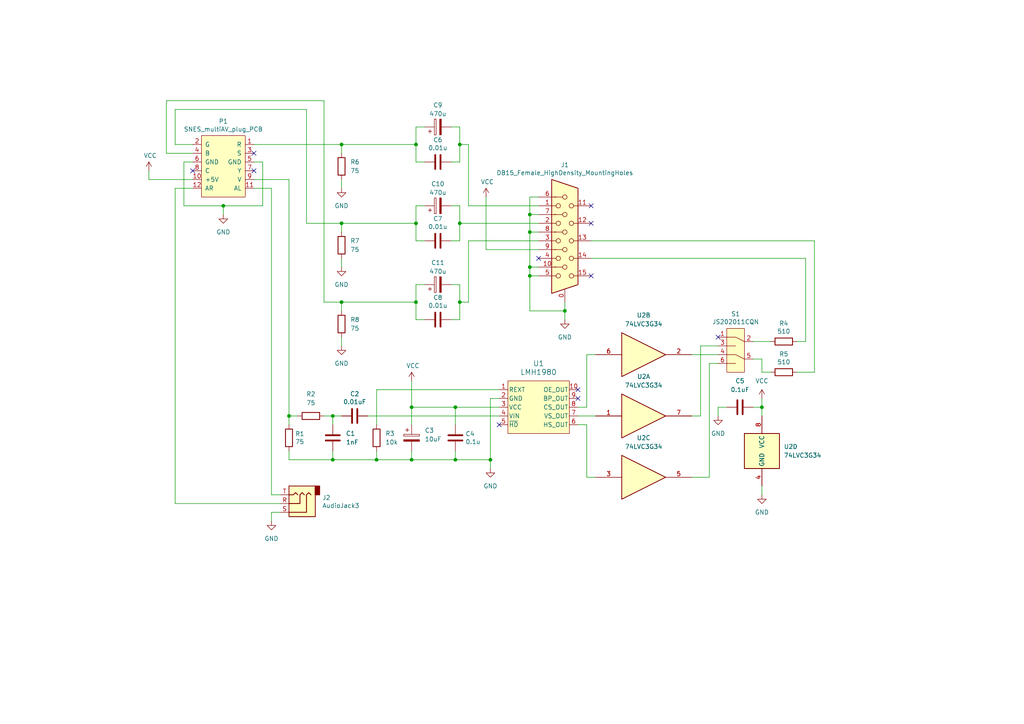
<source format=kicad_sch>
(kicad_sch (version 20250114) (generator "eeschema") (generator_version "9.0")
  (paper "A4")
  (title_block (title "RGBPlug Type N") (date "2025-05-28") (rev "v0.4"))
  (lib_symbols
    (symbol "74xGxx:74LVC3G34"
      (property "Reference" "U" (at -2.54 7.62 0))
      (property "Value" "74LVC3G34" (at 1.27 -7.62 0))
      (symbol "74LVC3G34_1_1"
        (polyline (pts (xy -7.62 6.35) (xy -7.62 -6.35) (xy 5.08 0) (xy -7.62 6.35)) (stroke (width 0.254)) (fill (type background)))
        (pin input line (at -15.24 0 0) (length 7.62) (name "~") (number "1"))
        (pin output line (at 12.7 0 180) (length 7.62) (name "~") (number "7"))
      )
      (symbol "74LVC3G34_2_1"
        (polyline (pts (xy -7.62 6.35) (xy -7.62 -6.35) (xy 5.08 0) (xy -7.62 6.35)) (stroke (width 0.254)) (fill (type background)))
        (pin input line (at -15.24 0 0) (length 7.62) (name "~") (number "6"))
        (pin output line (at 12.7 0 180) (length 7.62) (name "~") (number "2"))
      )
      (symbol "74LVC3G34_3_1"
        (polyline (pts (xy -7.62 6.35) (xy -7.62 -6.35) (xy 5.08 0) (xy -7.62 6.35)) (stroke (width 0.254)) (fill (type background)))
        (pin input line (at -15.24 0 0) (length 7.62) (name "~") (number "3"))
        (pin output line (at 12.7 0 180) (length 7.62) (name "~") (number "5"))
      )
      (symbol "74LVC3G34_4_0"
        (rectangle (start -5.08 -5.08) (end 5.08 5.08) (stroke (width 0.254)) (fill (type background)))
      )
      (symbol "74LVC3G34_4_1"
        (pin power_in line (at 0 10.16 270) (length 5.08) (name "VCC") (number "8"))
        (pin power_in line (at 0 -10.16 90) (length 5.08) (name "GND") (number "4"))
      )
    )
    (symbol "Connector:AudioJack3"
      (property "Reference" "J" (at 0 8.89 0))
      (property "Value" "AudioJack3" (at 0 6.35 0))
      (symbol "AudioJack3_0_1"
        (rectangle (start -5.08 -5.08) (end -6.35 -2.54) (stroke (width 0.254)) (fill (type outline)))
        (polyline (pts (xy -1.905 -2.54) (xy -1.27 -3.175) (xy -0.635 -2.54) (xy -0.635 0) (xy 2.54 0)) (stroke (width 0.254)))
        (polyline (pts (xy 0 -2.54) (xy 0.635 -3.175) (xy 1.27 -2.54) (xy 2.54 -2.54)) (stroke (width 0.254)))
        (rectangle (start 2.54 3.81) (end -5.08 -5.08) (stroke (width 0.254)) (fill (type background)))
        (polyline (pts (xy 2.54 2.54) (xy -2.54 2.54) (xy -2.54 -2.54) (xy -3.175 -3.175) (xy -3.81 -2.54)) (stroke (width 0.254)))
      )
      (symbol "AudioJack3_1_1"
        (pin passive line (at 5.08 2.54 180) (length 2.54) (name "~") (number "S"))
        (pin passive line (at 5.08 0 180) (length 2.54) (name "~") (number "R"))
        (pin passive line (at 5.08 -2.54 180) (length 2.54) (name "~") (number "T"))
      )
    )
    (symbol "Connector:DB15_Female_HighDensity_MountingHoles" (pin_names (offset 1.016) (hide yes))
      (property "Reference" "J" (at 0 21.59 0))
      (property "Value" "DB15_Female_HighDensity_MountingHoles" (at 0 19.05 0))
      (symbol "DB15_Female_HighDensity_MountingHoles_0_1"
        (polyline (pts (xy -3.81 17.78) (xy -3.81 -15.24) (xy 3.81 -12.7) (xy 3.81 15.24) (xy -3.81 17.78)) (stroke (width 0.254)) (fill (type background)))
        (polyline (pts (xy -3.175 7.62) (xy -0.635 7.62)))
        (circle (center -1.905 10.16) (radius 0.635))
        (circle (center -1.905 5.08) (radius 0.635))
        (circle (center -1.905 0) (radius 0.635))
        (circle (center -1.905 -5.08) (radius 0.635))
        (circle (center -1.905 -10.16) (radius 0.635))
        (polyline (pts (xy -0.635 12.7) (xy -3.175 12.7)))
        (polyline (pts (xy -0.635 2.54) (xy -3.175 2.54)))
        (polyline (pts (xy -0.635 -2.54) (xy -3.175 -2.54)))
        (polyline (pts (xy -0.635 -7.62) (xy -3.175 -7.62)))
        (circle (center 0 12.7) (radius 0.635))
        (circle (center 0 7.62) (radius 0.635))
        (circle (center 0 2.54) (radius 0.635))
        (circle (center 0 -2.54) (radius 0.635))
        (circle (center 0 -7.62) (radius 0.635))
        (circle (center 1.905 10.16) (radius 0.635))
        (circle (center 1.905 5.08) (radius 0.635))
        (circle (center 1.905 0) (radius 0.635))
        (circle (center 1.905 -5.08) (radius 0.635))
        (circle (center 1.905 -10.16) (radius 0.635))
      )
      (symbol "DB15_Female_HighDensity_MountingHoles_1_1"
        (pin passive line (at -7.62 12.7 0) (length 5.08) (name "~") (number "6"))
        (pin passive line (at -7.62 10.16 0) (length 5.08) (name "~") (number "1"))
        (pin passive line (at -7.62 7.62 0) (length 5.08) (name "~") (number "7"))
        (pin passive line (at -7.62 5.08 0) (length 5.08) (name "~") (number "2"))
        (pin passive line (at -7.62 2.54 0) (length 5.08) (name "~") (number "8"))
        (pin passive line (at -7.62 0 0) (length 5.08) (name "~") (number "3"))
        (pin passive line (at -7.62 -2.54 0) (length 5.08) (name "~") (number "9"))
        (pin passive line (at -7.62 -5.08 0) (length 5.08) (name "~") (number "4"))
        (pin passive line (at -7.62 -7.62 0) (length 5.08) (name "~") (number "10"))
        (pin passive line (at -7.62 -10.16 0) (length 5.08) (name "~") (number "5"))
        (pin passive line (at 0 -17.78 90) (length 3.81) (name "~") (number "0"))
        (pin passive line (at 7.62 10.16 180) (length 5.08) (name "~") (number "11"))
        (pin passive line (at 7.62 5.08 180) (length 5.08) (name "~") (number "12"))
        (pin passive line (at 7.62 0 180) (length 5.08) (name "~") (number "13"))
        (pin passive line (at 7.62 -5.08 180) (length 5.08) (name "~") (number "14"))
        (pin passive line (at 7.62 -10.16 180) (length 5.08) (name "~") (number "15"))
      )
    )
    (symbol "Device:C" (pin_numbers (hide yes)) (pin_names (offset 0.254))
      (property "Reference" "C" (at 0.635 2.54 0))
      (property "Value" "C" (at 0.635 -2.54 0))
      (symbol "C_0_1"
        (polyline (pts (xy -2.032 0.762) (xy 2.032 0.762)) (stroke (width 0.508)))
        (polyline (pts (xy -2.032 -0.762) (xy 2.032 -0.762)) (stroke (width 0.508)))
      )
      (symbol "C_1_1"
        (pin passive line (at 0 3.81 270) (length 2.794) (name "~") (number "1"))
        (pin passive line (at 0 -3.81 90) (length 2.794) (name "~") (number "2"))
      )
    )
    (symbol "Device:C_Polarized" (pin_numbers (hide yes)) (pin_names (offset 0.254))
      (property "Reference" "C" (at 0.635 2.54 0))
      (property "Value" "C_Polarized" (at 0.635 -2.54 0))
      (symbol "C_Polarized_0_1"
        (rectangle (start -2.286 0.508) (end 2.286 1.016))
        (polyline (pts (xy -1.778 2.286) (xy -0.762 2.286)))
        (polyline (pts (xy -1.27 2.794) (xy -1.27 1.778)))
        (rectangle (start 2.286 -0.508) (end -2.286 -1.016) (fill (type outline)))
      )
      (symbol "C_Polarized_1_1"
        (pin passive line (at 0 3.81 270) (length 2.794) (name "~") (number "1"))
        (pin passive line (at 0 -3.81 90) (length 2.794) (name "~") (number "2"))
      )
    )
    (symbol "Device:R" (pin_numbers (hide yes)) (pin_names (offset 0))
      (property "Reference" "R" (at 2.032 0 90))
      (property "Value" "R" (at 0 0 90))
      (symbol "R_0_1"
        (rectangle (start -1.016 -2.54) (end 1.016 2.54) (stroke (width 0.254)))
      )
      (symbol "R_1_1"
        (pin passive line (at 0 3.81 270) (length 1.27) (name "~") (number "1"))
        (pin passive line (at 0 -3.81 90) (length 1.27) (name "~") (number "2"))
      )
    )
    (symbol "GND_1" (power) (pin_names (offset 0))
      (property "Value" "GND_1" (at 0 -3.81 0))
      (symbol "GND_1_0_1"
        (polyline (pts (xy 0 0) (xy 0 -1.27) (xy 1.27 -1.27) (xy 0 -2.54) (xy -1.27 -1.27) (xy 0 -1.27)))
      )
      (symbol "GND_1_1_1"
        (pin power_in line (at 0 0 270) (length 0) (hide yes) (name "GND") (number "1"))
      )
    )
    (symbol "GND_2" (power) (pin_names (offset 0))
      (property "Value" "GND_2" (at 0 -3.81 0))
      (symbol "GND_2_0_1"
        (polyline (pts (xy 0 0) (xy 0 -1.27) (xy 1.27 -1.27) (xy 0 -2.54) (xy -1.27 -1.27) (xy 0 -1.27)))
      )
      (symbol "GND_2_1_1"
        (pin power_in line (at 0 0 270) (length 0) (hide yes) (name "GND") (number "1"))
      )
    )
    (symbol "VCC_1" (power) (pin_names (offset 0))
      (property "Value" "VCC_1" (at 0 3.81 0))
      (symbol "VCC_1_0_1"
        (polyline (pts (xy -0.762 1.27) (xy 0 2.54)))
        (polyline (pts (xy 0 2.54) (xy 0.762 1.27)))
        (polyline (pts (xy 0 0) (xy 0 2.54)))
      )
      (symbol "VCC_1_1_1"
        (pin power_in line (at 0 0 90) (length 0) (hide yes) (name "VCC") (number "1"))
      )
    )
    (symbol "power:GND" (power) (pin_names (offset 0))
      (property "Value" "GND" (at 0 -3.81 0))
      (symbol "GND_0_1"
        (polyline (pts (xy 0 0) (xy 0 -1.27) (xy 1.27 -1.27) (xy 0 -2.54) (xy -1.27 -1.27) (xy 0 -1.27)))
      )
      (symbol "GND_1_1"
        (pin power_in line (at 0 0 270) (length 0) (hide yes) (name "GND") (number "1"))
      )
    )
    (symbol "power:VCC" (power) (pin_names (offset 0))
      (property "Value" "VCC" (at 0 3.81 0))
      (symbol "VCC_0_1"
        (polyline (pts (xy -0.762 1.27) (xy 0 2.54)))
        (polyline (pts (xy 0 2.54) (xy 0.762 1.27)))
        (polyline (pts (xy 0 0) (xy 0 2.54)))
      )
      (symbol "VCC_1_1"
        (pin power_in line (at 0 0 90) (length 0) (hide yes) (name "VCC") (number "1"))
      )
    )
    (symbol "retro_gaming:LMH1980" (pin_names (offset 0.254))
      (property "Reference" "U" (at 0 8.89 0))
      (property "Value" "LMH1980" (at 0 -8.89 0))
      (symbol "LMH1980_1_1"
        (rectangle (start -8.89 7.62) (end 8.89 -7.62) (fill (type background)))
        (pin passive line (at -11.43 5.08 0) (length 2.54) (name "REXT") (number "1"))
        (pin power_in line (at -11.43 2.54 0) (length 2.54) (name "GND") (number "2"))
        (pin power_in line (at -11.43 0 0) (length 2.54) (name "VCC") (number "3"))
        (pin input line (at -11.43 -2.54 0) (length 2.54) (name "VIN") (number "4"))
        (pin output line (at -11.43 -5.08 0) (length 2.54) (name "~{HD}") (number "5"))
        (pin output line (at 11.43 5.08 180) (length 2.54) (name "OE_OUT") (number "10"))
        (pin output line (at 11.43 2.54 180) (length 2.54) (name "BP_OUT") (number "9"))
        (pin output line (at 11.43 0 180) (length 2.54) (name "CS_OUT") (number "8"))
        (pin output line (at 11.43 -2.54 180) (length 2.54) (name "VS_OUT") (number "7"))
        (pin output line (at 11.43 -5.08 180) (length 2.54) (name "HS_OUT") (number "6"))
      )
    )
    (symbol "retro_gaming:SNES_multiAV_plug_PCB" (pin_names (offset 1.016))
      (property "Reference" "P" (at 0 -10.16 0))
      (property "Value" "SNES_multiAV_plug_PCB" (at 0 10.16 0))
      (symbol "SNES_multiAV_plug_PCB_0_1"
        (rectangle (start -6.35 8.89) (end 6.35 -8.89) (fill (type background)))
      )
      (symbol "SNES_multiAV_plug_PCB_1_1"
        (pin passive line (at -8.89 6.35 0) (length 2.54) (name "G") (number "2"))
        (pin passive line (at -8.89 3.81 0) (length 2.54) (name "B") (number "4"))
        (pin passive line (at -8.89 1.27 0) (length 2.54) (name "GND") (number "6"))
        (pin passive line (at -8.89 -1.27 0) (length 2.54) (name "C") (number "8"))
        (pin passive line (at -8.89 -3.81 0) (length 2.54) (name "+5V") (number "10"))
        (pin passive line (at -8.89 -6.35 0) (length 2.54) (name "AR") (number "12"))
        (pin passive line (at 8.89 6.35 180) (length 2.54) (name "R") (number "1"))
        (pin passive line (at 8.89 3.81 180) (length 2.54) (name "S") (number "3"))
        (pin passive line (at 8.89 1.27 180) (length 2.54) (name "GND") (number "5"))
        (pin passive line (at 8.89 -1.27 180) (length 2.54) (name "Y") (number "7"))
        (pin passive line (at 8.89 -3.81 180) (length 2.54) (name "V") (number "9"))
        (pin passive line (at 8.89 -6.35 180) (length 2.54) (name "AL") (number "11"))
      )
    )
    (symbol "rgbplug_snes-rescue:JS202011CQN-retro_gaming" (pin_names (offset 1.016))
      (property "Reference" "S" (at 0 -7.62 0))
      (property "Value" "JS202011CQN-retro_gaming" (at 0 7.62 0))
      (symbol "JS202011CQN-retro_gaming_0_1"
        (rectangle (start -2.54 6.35) (end 2.54 -6.35) (fill (type background)))
        (polyline (pts (xy -2.54 3.81) (xy 0 3.81) (xy 2.54 2.54)))
        (polyline (pts (xy -2.54 1.27) (xy 0 1.27)))
        (polyline (pts (xy -2.54 -1.27) (xy 0 -1.27) (xy 2.54 -2.54)))
        (polyline (pts (xy -2.54 -3.81) (xy 0 -3.81)))
      )
      (symbol "JS202011CQN-retro_gaming_1_1"
        (pin passive line (at -5.08 3.81 0) (length 2.54) (name "~") (number "1"))
        (pin passive line (at -5.08 1.27 0) (length 2.54) (name "~") (number "3"))
        (pin passive line (at -5.08 -1.27 0) (length 2.54) (name "~") (number "4"))
        (pin passive line (at -5.08 -3.81 0) (length 2.54) (name "~") (number "6"))
        (pin passive line (at 5.08 2.54 180) (length 2.54) (name "~") (number "2"))
        (pin passive line (at 5.08 -2.54 180) (length 2.54) (name "~") (number "5"))
      )
    )
  )
  (junction (at 153.67 67.31))
  (junction (at 120.65 41.91))
  (junction (at 153.67 62.23))
  (junction (at 99.06 41.91))
  (junction (at 96.52 120.65))
  (junction (at 132.08 133.35))
  (junction (at 99.06 64.77))
  (junction (at 96.52 133.35))
  (junction (at 119.38 133.35))
  (junction (at 120.65 87.63))
  (junction (at 120.65 64.77))
  (junction (at 119.38 118.11))
  (junction (at 132.08 118.11))
  (junction (at 153.67 80.01))
  (junction (at 153.67 77.47))
  (junction (at 133.35 87.63))
  (junction (at 133.35 41.91))
  (junction (at 99.06 87.63))
  (junction (at 142.24 133.35))
  (junction (at 220.98 118.11))
  (junction (at 109.22 133.35))
  (junction (at 133.35 64.77))
  (junction (at 163.83 90.17))
  (junction (at 83.82 120.65))
  (junction (at 64.77 59.69))
  (no_connect (at 171.45 80.01))
  (no_connect (at 55.88 49.53))
  (no_connect (at 171.45 59.69))
  (no_connect (at 73.66 49.53))
  (no_connect (at 167.64 113.03))
  (no_connect (at 156.21 74.93))
  (no_connect (at 144.78 123.19))
  (no_connect (at 171.45 64.77))
  (no_connect (at 167.64 115.57))
  (no_connect (at 208.28 97.79))
  (no_connect (at 73.66 44.45))
  (wire (pts (xy 48.26 29.21) (xy 48.26 44.45)))
  (wire (pts (xy 153.67 67.31) (xy 153.67 77.47)))
  (wire (pts (xy 231.14 107.95) (xy 236.22 107.95)))
  (wire (pts (xy 208.28 118.11) (xy 208.28 120.65)))
  (wire (pts (xy 142.24 115.57) (xy 142.24 133.35)))
  (wire (pts (xy 120.65 64.77) (xy 120.65 69.85)))
  (wire (pts (xy 50.8 41.91) (xy 55.88 41.91)))
  (wire (pts (xy 123.19 82.55) (xy 120.65 82.55)))
  (wire (pts (xy 76.2 46.99) (xy 76.2 59.69)))
  (wire (pts (xy 50.8 41.91) (xy 50.8 31.75)))
  (wire (pts (xy 53.34 59.69) (xy 53.34 46.99)))
  (wire (pts (xy 132.08 130.81) (xy 132.08 133.35)))
  (wire (pts (xy 120.65 46.99) (xy 123.19 46.99)))
  (wire (pts (xy 64.77 59.69) (xy 64.77 62.23)))
  (wire (pts (xy 73.66 54.61) (xy 78.74 54.61)))
  (wire (pts (xy 203.2 120.65) (xy 203.2 100.33)))
  (wire (pts (xy 218.44 99.06) (xy 223.52 99.06)))
  (wire (pts (xy 132.08 118.11) (xy 132.08 123.19)))
  (wire (pts (xy 130.81 36.83) (xy 133.35 36.83)))
  (wire (pts (xy 203.2 100.33) (xy 208.28 100.33)))
  (wire (pts (xy 220.98 107.95) (xy 220.98 104.14)))
  (wire (pts (xy 123.19 69.85) (xy 120.65 69.85)))
  (wire (pts (xy 120.65 59.69) (xy 123.19 59.69)))
  (wire (pts (xy 220.98 118.11) (xy 220.98 120.65)))
  (wire (pts (xy 88.9 64.77) (xy 99.06 64.77)))
  (wire (pts (xy 133.35 87.63) (xy 133.35 92.71)))
  (wire (pts (xy 120.65 41.91) (xy 120.65 46.99)))
  (wire (pts (xy 99.06 87.63) (xy 120.65 87.63)))
  (wire (pts (xy 140.97 72.39) (xy 156.21 72.39)))
  (wire (pts (xy 73.66 46.99) (xy 76.2 46.99)))
  (wire (pts (xy 170.18 102.87) (xy 172.72 102.87)))
  (wire (pts (xy 53.34 46.99) (xy 55.88 46.99)))
  (wire (pts (xy 144.78 113.03) (xy 109.22 113.03)))
  (wire (pts (xy 106.68 120.65) (xy 144.78 120.65)))
  (wire (pts (xy 119.38 118.11) (xy 132.08 118.11)))
  (wire (pts (xy 210.82 118.11) (xy 208.28 118.11)))
  (wire (pts (xy 83.82 120.65) (xy 83.82 123.19)))
  (wire (pts (xy 123.19 36.83) (xy 120.65 36.83)))
  (wire (pts (xy 99.06 97.79) (xy 99.06 100.33)))
  (wire (pts (xy 135.89 59.69) (xy 156.21 59.69)))
  (wire (pts (xy 96.52 130.81) (xy 96.52 133.35)))
  (wire (pts (xy 83.82 52.07) (xy 83.82 120.65)))
  (wire (pts (xy 130.81 59.69) (xy 133.35 59.69)))
  (wire (pts (xy 119.38 110.49) (xy 119.38 118.11)))
  (wire (pts (xy 83.82 130.81) (xy 83.82 133.35)))
  (wire (pts (xy 220.98 107.95) (xy 223.52 107.95)))
  (wire (pts (xy 156.21 64.77) (xy 133.35 64.77)))
  (wire (pts (xy 120.65 36.83) (xy 120.65 41.91)))
  (wire (pts (xy 119.38 133.35) (xy 132.08 133.35)))
  (wire (pts (xy 133.35 87.63) (xy 133.35 82.55)))
  (wire (pts (xy 170.18 138.43) (xy 172.72 138.43)))
  (wire (pts (xy 50.8 31.75) (xy 88.9 31.75)))
  (wire (pts (xy 120.65 92.71) (xy 123.19 92.71)))
  (wire (pts (xy 78.74 143.51) (xy 81.28 143.51)))
  (wire (pts (xy 140.97 72.39) (xy 140.97 57.15)))
  (wire (pts (xy 99.06 87.63) (xy 99.06 90.17)))
  (wire (pts (xy 120.65 59.69) (xy 120.65 64.77)))
  (wire (pts (xy 99.06 120.65) (xy 96.52 120.65)))
  (wire (pts (xy 53.34 59.69) (xy 64.77 59.69)))
  (wire (pts (xy 142.24 135.89) (xy 142.24 133.35)))
  (wire (pts (xy 119.38 118.11) (xy 119.38 123.19)))
  (wire (pts (xy 135.89 69.85) (xy 135.89 87.63)))
  (wire (pts (xy 167.64 118.11) (xy 170.18 118.11)))
  (wire (pts (xy 133.35 41.91) (xy 133.35 46.99)))
  (wire (pts (xy 99.06 41.91) (xy 120.65 41.91)))
  (wire (pts (xy 170.18 123.19) (xy 170.18 138.43)))
  (wire (pts (xy 86.36 120.65) (xy 83.82 120.65)))
  (wire (pts (xy 78.74 54.61) (xy 78.74 143.51)))
  (wire (pts (xy 99.06 74.93) (xy 99.06 77.47)))
  (wire (pts (xy 220.98 115.57) (xy 220.98 118.11)))
  (wire (pts (xy 43.18 49.53) (xy 43.18 52.07)))
  (wire (pts (xy 167.64 123.19) (xy 170.18 123.19)))
  (wire (pts (xy 78.74 148.59) (xy 78.74 151.13)))
  (wire (pts (xy 156.21 80.01) (xy 153.67 80.01)))
  (wire (pts (xy 205.74 105.41) (xy 208.28 105.41)))
  (wire (pts (xy 163.83 87.63) (xy 163.83 90.17)))
  (wire (pts (xy 156.21 67.31) (xy 153.67 67.31)))
  (wire (pts (xy 156.21 62.23) (xy 153.67 62.23)))
  (wire (pts (xy 220.98 140.97) (xy 220.98 143.51)))
  (wire (pts (xy 64.77 59.69) (xy 76.2 59.69)))
  (wire (pts (xy 133.35 59.69) (xy 133.35 64.77)))
  (wire (pts (xy 133.35 87.63) (xy 135.89 87.63)))
  (wire (pts (xy 163.83 90.17) (xy 163.83 92.71)))
  (wire (pts (xy 156.21 77.47) (xy 153.67 77.47)))
  (wire (pts (xy 43.18 52.07) (xy 55.88 52.07)))
  (wire (pts (xy 144.78 118.11) (xy 132.08 118.11)))
  (wire (pts (xy 163.83 90.17) (xy 153.67 90.17)))
  (wire (pts (xy 99.06 41.91) (xy 99.06 44.45)))
  (wire (pts (xy 132.08 133.35) (xy 142.24 133.35)))
  (wire (pts (xy 156.21 57.15) (xy 153.67 57.15)))
  (wire (pts (xy 48.26 29.21) (xy 93.98 29.21)))
  (wire (pts (xy 135.89 41.91) (xy 135.89 59.69)))
  (wire (pts (xy 73.66 52.07) (xy 83.82 52.07)))
  (wire (pts (xy 93.98 120.65) (xy 96.52 120.65)))
  (wire (pts (xy 93.98 29.21) (xy 93.98 87.63)))
  (wire (pts (xy 133.35 41.91) (xy 135.89 41.91)))
  (wire (pts (xy 73.66 41.91) (xy 99.06 41.91)))
  (wire (pts (xy 233.68 74.93) (xy 233.68 99.06)))
  (wire (pts (xy 130.81 92.71) (xy 133.35 92.71)))
  (wire (pts (xy 130.81 82.55) (xy 133.35 82.55)))
  (wire (pts (xy 205.74 138.43) (xy 205.74 105.41)))
  (wire (pts (xy 119.38 130.81) (xy 119.38 133.35)))
  (wire (pts (xy 130.81 69.85) (xy 133.35 69.85)))
  (wire (pts (xy 96.52 133.35) (xy 109.22 133.35)))
  (wire (pts (xy 99.06 52.07) (xy 99.06 54.61)))
  (wire (pts (xy 153.67 57.15) (xy 153.67 62.23)))
  (wire (pts (xy 83.82 133.35) (xy 96.52 133.35)))
  (wire (pts (xy 167.64 120.65) (xy 172.72 120.65)))
  (wire (pts (xy 130.81 46.99) (xy 133.35 46.99)))
  (wire (pts (xy 88.9 31.75) (xy 88.9 64.77)))
  (wire (pts (xy 48.26 44.45) (xy 55.88 44.45)))
  (wire (pts (xy 153.67 62.23) (xy 153.67 67.31)))
  (wire (pts (xy 99.06 64.77) (xy 99.06 67.31)))
  (wire (pts (xy 153.67 77.47) (xy 153.67 80.01)))
  (wire (pts (xy 109.22 130.81) (xy 109.22 133.35)))
  (wire (pts (xy 133.35 36.83) (xy 133.35 41.91)))
  (wire (pts (xy 135.89 69.85) (xy 156.21 69.85)))
  (wire (pts (xy 81.28 148.59) (xy 78.74 148.59)))
  (wire (pts (xy 50.8 54.61) (xy 50.8 146.05)))
  (wire (pts (xy 120.65 87.63) (xy 120.65 92.71)))
  (wire (pts (xy 120.65 82.55) (xy 120.65 87.63)))
  (wire (pts (xy 218.44 118.11) (xy 220.98 118.11)))
  (wire (pts (xy 233.68 99.06) (xy 231.14 99.06)))
  (wire (pts (xy 50.8 146.05) (xy 81.28 146.05)))
  (wire (pts (xy 99.06 64.77) (xy 120.65 64.77)))
  (wire (pts (xy 109.22 133.35) (xy 119.38 133.35)))
  (wire (pts (xy 200.66 138.43) (xy 205.74 138.43)))
  (wire (pts (xy 109.22 113.03) (xy 109.22 123.19)))
  (wire (pts (xy 170.18 118.11) (xy 170.18 102.87)))
  (wire (pts (xy 236.22 69.85) (xy 171.45 69.85)))
  (wire (pts (xy 200.66 120.65) (xy 203.2 120.65)))
  (wire (pts (xy 133.35 64.77) (xy 133.35 69.85)))
  (wire (pts (xy 220.98 104.14) (xy 218.44 104.14)))
  (wire (pts (xy 50.8 54.61) (xy 55.88 54.61)))
  (wire (pts (xy 200.66 102.87) (xy 208.28 102.87)))
  (wire (pts (xy 236.22 69.85) (xy 236.22 107.95)))
  (wire (pts (xy 96.52 120.65) (xy 96.52 123.19)))
  (wire (pts (xy 153.67 80.01) (xy 153.67 90.17)))
  (wire (pts (xy 171.45 74.93) (xy 233.68 74.93)))
  (wire (pts (xy 93.98 87.63) (xy 99.06 87.63)))
  (wire (pts (xy 144.78 115.57) (xy 142.24 115.57)))
  (symbol (lib_id "Connector:DB15_Female_HighDensity_MountingHoles") (at 163.83 69.85 0) (unit 1)
    (property "Reference" "J1" (at 163.83 47.8282 0))
    (property "Value" "DB15_Female_HighDensity_MountingHoles" (at 163.83 50.1396 0))
    (property "Footprint" "retro_gaming:L17HTHES4F1C" (effects (hide yes)))
    (property "Datasheet" " ~" (effects (hide yes)))
  )
  (symbol (lib_id "Device:C") (at 102.87 120.65 270) (unit 1)
    (property "Reference" "C2" (at 102.87 114.2492 90))
    (property "Value" "0.01uF" (at 102.87 116.5606 90))
    (property "Footprint" "Capacitor_SMD:C_0805_2012Metric_Pad1.18x1.45mm_HandSolder" (effects (hide yes)))
  )
  (symbol (lib_id "Connector:AudioJack3") (at 86.36 146.05 180) (unit 1)
    (property "Reference" "J2" (at 93.472 144.3482 0) (effects (justify right)))
    (property "Value" "AudioJack3" (at 93.472 146.6596 0) (effects (justify right)))
    (property "Footprint" "Connector_Audio:Jack_3.5mm_CUI_SJ1-3533NG_Horizontal" (effects (hide yes)))
  )
  (symbol (lib_id "Device:C") (at 132.08 127 180) (unit 1)
    (property "Reference" "C4" (at 135.001 125.8316 0) (effects (justify right)))
    (property "Value" "0.1u" (at 135.001 128.143 0) (effects (justify right)))
    (property "Footprint" "Capacitor_SMD:C_0805_2012Metric_Pad1.18x1.45mm_HandSolder" (effects (hide yes)))
  )
  (symbol (lib_id "power:VCC") (at 119.38 110.49 0) (unit 1)
    (property "Reference" "#PWR03" (effects (hide yes)))
    (property "Value" "VCC" (at 119.761 106.0958 0))
  )
  (symbol (lib_id "power:VCC") (at 43.18 49.53 0) (unit 1)
    (property "Reference" "#PWR01" (effects (hide yes)))
    (property "Value" "VCC" (at 43.561 45.1358 0))
  )
  (symbol (lib_id "power:VCC") (at 140.97 57.15 0) (unit 1)
    (property "Reference" "#PWR05" (effects (hide yes)))
    (property "Value" "VCC" (at 141.351 52.7558 0))
  )
  (symbol (lib_id "rgbplug_snes-rescue:JS202011CQN-retro_gaming") (at 213.36 101.6 0) (unit 1)
    (property "Reference" "S1" (at 213.36 91.059 0))
    (property "Value" "JS202011CQN" (at 213.36 93.3704 0))
    (property "Footprint" "Button_Switch_THT:SW_CuK_JS202011CQN_DPDT_Straight" (effects (hide yes)))
    (property "Datasheet" "https://www.ckswitches.com/media/1422/js.pdf" (effects (hide yes)))
  )
  (symbol (lib_id "Device:R") (at 227.33 99.06 270) (unit 1)
    (property "Reference" "R4" (at 227.33 93.8022 90))
    (property "Value" "510" (at 227.33 96.1136 90))
    (property "Footprint" "Resistor_SMD:R_0805_2012Metric_Pad1.20x1.40mm_HandSolder" (effects (hide yes)))
  )
  (symbol (lib_id "Device:R") (at 227.33 107.95 270) (unit 1)
    (property "Reference" "R5" (at 227.33 102.6922 90))
    (property "Value" "510" (at 227.33 105.0036 90))
    (property "Footprint" "Resistor_SMD:R_0805_2012Metric_Pad1.20x1.40mm_HandSolder" (effects (hide yes)))
  )
  (symbol (lib_id "Device:C") (at 127 69.85 270) (unit 1)
    (property "Reference" "C7" (at 127 63.4492 90))
    (property "Value" "0.01u" (at 127 65.7606 90))
    (property "Footprint" "Capacitor_SMD:C_0805_2012Metric_Pad1.18x1.45mm_HandSolder" (effects (hide yes)))
  )
  (symbol (lib_id "Device:C") (at 127 92.71 90) (unit 1)
    (property "Reference" "C8" (at 127 86.3092 90))
    (property "Value" "0.01u" (at 127 88.6206 90))
    (property "Footprint" "Capacitor_SMD:C_0805_2012Metric_Pad1.18x1.45mm_HandSolder" (effects (hide yes)))
  )
  (symbol (lib_id "Device:C") (at 127 46.99 270) (unit 1)
    (property "Reference" "C6" (at 127 40.5892 90))
    (property "Value" "0.01u" (at 127 42.9006 90))
    (property "Footprint" "Capacitor_SMD:C_0805_2012Metric_Pad1.18x1.45mm_HandSolder" (effects (hide yes)))
  )
  (symbol (lib_id "Device:R") (at 83.82 127 0) (unit 1)
    (property "Reference" "R1" (at 85.598 125.8316 0) (effects (justify left)))
    (property "Value" "75" (at 85.598 128.143 0) (effects (justify left)))
    (property "Footprint" "Resistor_SMD:R_0805_2012Metric_Pad1.20x1.40mm_HandSolder" (effects (hide yes)))
  )
  (symbol (lib_id "retro_gaming:SNES_multiAV_plug_PCB") (at 64.77 48.26 0) (unit 1)
    (property "Reference" "P1" (at 64.77 35.179 0))
    (property "Value" "SNES_multiAV_plug_PCB" (at 64.77 37.4904 0))
    (property "Footprint" "retro_gaming:SNES_multiAV_plug_PCB" (effects (hide yes)))
  )
  (symbol (lib_id "retro_gaming:LMH1980") (at 156.21 118.11 0) (unit 1)
    (property "Reference" "U1" (at 156.21 105.41 0) (effects (font (size 1.524 1.524))))
    (property "Value" "LMH1980" (at 156.21 107.95 0) (effects (font (size 1.524 1.524))))
    (property "Footprint" "Package_SO:VSSOP-10_3x3mm_P0.5mm" (effects (hide yes)))
    (property "Datasheet" "LMH1980" (effects (hide yes)))
  )
  (symbol (lib_id "Device:R") (at 99.06 48.26 0) (unit 1)
    (property "Reference" "R6" (at 101.6 46.9899 0) (effects (justify left)))
    (property "Value" "75" (at 101.6 49.5299 0) (effects (justify left)))
    (property "Footprint" "Resistor_SMD:R_0805_2012Metric_Pad1.20x1.40mm_HandSolder" (effects (hide yes)))
  )
  (symbol (lib_id "Device:R") (at 109.22 127 0) (unit 1)
    (property "Reference" "R3" (at 111.76 125.73 0) (effects (justify left)))
    (property "Value" "10k" (at 111.76 128.27 0) (effects (justify left)))
    (property "Footprint" "Resistor_SMD:R_0805_2012Metric_Pad1.20x1.40mm_HandSolder" (effects (hide yes)))
  )
  (symbol (lib_id "Device:R") (at 99.06 93.98 0) (unit 1)
    (property "Reference" "R8" (at 101.6 92.7099 0) (effects (justify left)))
    (property "Value" "75" (at 101.6 95.2499 0) (effects (justify left)))
    (property "Footprint" "Resistor_SMD:R_0805_2012Metric_Pad1.20x1.40mm_HandSolder" (effects (hide yes)))
  )
  (symbol (lib_id "power:GND") (at 99.06 54.61 0) (unit 1)
    (property "Reference" "#PWR0107" (effects (hide yes)))
    (property "Value" "GND" (at 99.06 59.69 0))
  )
  (symbol (lib_id "Device:R") (at 90.17 120.65 90) (unit 1)
    (property "Reference" "R2" (at 90.17 114.3 90))
    (property "Value" "75" (at 90.17 116.84 90))
    (property "Footprint" "Resistor_SMD:R_0805_2012Metric_Pad1.20x1.40mm_HandSolder" (effects (hide yes)))
  )
  (symbol (lib_name "GND_2") (lib_id "power:GND") (at 208.28 120.65 0) (unit 1)
    (property "Reference" "#PWR06" (effects (hide yes)))
    (property "Value" "GND" (at 208.28 125.73 0))
  )
  (symbol (lib_id "Device:C_Polarized") (at 127 82.55 90) (unit 1)
    (property "Reference" "C11" (at 127 76.2 90))
    (property "Value" "470u" (at 127 78.74 90))
    (property "Footprint" "Capacitor_THT:CP_Radial_D6.3mm_P2.50mm" (effects (hide yes)))
  )
  (symbol (lib_id "74xGxx:74LVC3G34") (at 187.96 102.87 0) (unit 2)
    (property "Reference" "U2" (at 186.69 91.44 0))
    (property "Value" "74LVC3G34" (at 186.69 93.98 0))
    (property "Footprint" "Package_SO:TSSOP-8_3x3mm_P0.65mm" (effects (hide yes)))
    (property "Datasheet" "http://www.ti.com/lit/sg/scyt129e/scyt129e.pdf" (effects (hide yes)))
  )
  (symbol (lib_id "Device:C_Polarized") (at 119.38 127 0) (unit 1)
    (property "Reference" "C3" (at 123.19 124.841 0) (effects (justify left)))
    (property "Value" "10uF" (at 123.19 127.381 0) (effects (justify left)))
    (property "Footprint" "Capacitor_SMD:C_1206_3216Metric_Pad1.33x1.80mm_HandSolder" (effects (hide yes)))
  )
  (symbol (lib_id "power:GND") (at 64.77 62.23 0) (unit 1)
    (property "Reference" "#PWR0104" (effects (hide yes)))
    (property "Value" "GND" (at 64.77 67.31 0))
  )
  (symbol (lib_id "74xGxx:74LVC3G34") (at 187.96 120.65 0) (unit 1)
    (property "Reference" "U2" (at 186.69 109.22 0))
    (property "Value" "74LVC3G34" (at 186.69 111.76 0))
    (property "Footprint" "Package_SO:TSSOP-8_3x3mm_P0.65mm" (effects (hide yes)))
    (property "Datasheet" "http://www.ti.com/lit/sg/scyt129e/scyt129e.pdf" (effects (hide yes)))
  )
  (symbol (lib_id "power:GND") (at 163.83 92.71 0) (unit 1)
    (property "Reference" "#PWR0101" (effects (hide yes)))
    (property "Value" "GND" (at 163.83 97.79 0))
  )
  (symbol (lib_id "Device:C_Polarized") (at 127 36.83 90) (unit 1)
    (property "Reference" "C9" (at 127 30.48 90))
    (property "Value" "470u" (at 127 33.02 90))
    (property "Footprint" "Capacitor_THT:CP_Radial_D6.3mm_P2.50mm" (effects (hide yes)))
  )
  (symbol (lib_id "power:GND") (at 99.06 100.33 0) (unit 1)
    (property "Reference" "#PWR0102" (effects (hide yes)))
    (property "Value" "GND" (at 99.06 105.41 0))
  )
  (symbol (lib_id "Device:C") (at 214.63 118.11 90) (unit 1)
    (property "Reference" "C5" (at 214.63 110.49 90))
    (property "Value" "0.1uF" (at 214.63 113.03 90))
    (property "Footprint" "Capacitor_SMD:C_0805_2012Metric_Pad1.18x1.45mm_HandSolder" (effects (hide yes)))
  )
  (symbol (lib_id "Device:C_Polarized") (at 127 59.69 90) (unit 1)
    (property "Reference" "C10" (at 127 53.34 90))
    (property "Value" "470u" (at 127 55.88 90))
    (property "Footprint" "Capacitor_THT:CP_Radial_D6.3mm_P2.50mm" (effects (hide yes)))
  )
  (symbol (lib_id "power:GND") (at 78.74 151.13 0) (unit 1)
    (property "Reference" "#PWR0105" (effects (hide yes)))
    (property "Value" "GND" (at 78.74 156.21 0))
  )
  (symbol (lib_id "Device:R") (at 99.06 71.12 0) (unit 1)
    (property "Reference" "R7" (at 101.6 69.8499 0) (effects (justify left)))
    (property "Value" "75" (at 101.6 72.3899 0) (effects (justify left)))
    (property "Footprint" "Resistor_SMD:R_0805_2012Metric_Pad1.20x1.40mm_HandSolder" (effects (hide yes)))
  )
  (symbol (lib_id "Device:C") (at 96.52 127 0) (unit 1)
    (property "Reference" "C1" (at 100.33 125.73 0) (effects (justify left)))
    (property "Value" "1nF" (at 100.33 128.27 0) (effects (justify left)))
    (property "Footprint" "Capacitor_SMD:C_0805_2012Metric_Pad1.18x1.45mm_HandSolder" (effects (hide yes)))
  )
  (symbol (lib_id "power:GND") (at 142.24 135.89 0) (unit 1)
    (property "Reference" "#PWR0103" (effects (hide yes)))
    (property "Value" "GND" (at 142.24 140.97 0))
  )
  (symbol (lib_id "74xGxx:74LVC3G34") (at 187.96 138.43 0) (unit 3)
    (property "Reference" "U2" (at 186.69 127 0))
    (property "Value" "74LVC3G34" (at 186.69 129.54 0))
    (property "Footprint" "Package_SO:TSSOP-8_3x3mm_P0.65mm" (effects (hide yes)))
    (property "Datasheet" "http://www.ti.com/lit/sg/scyt129e/scyt129e.pdf" (effects (hide yes)))
  )
  (symbol (lib_name "VCC_1") (lib_id "power:VCC") (at 220.98 115.57 0) (unit 1)
    (property "Reference" "#PWR02" (effects (hide yes)))
    (property "Value" "VCC" (at 220.98 110.49 0))
  )
  (symbol (lib_id "power:GND") (at 99.06 77.47 0) (unit 1)
    (property "Reference" "#PWR0106" (effects (hide yes)))
    (property "Value" "GND" (at 99.06 82.55 0))
  )
  (symbol (lib_id "74xGxx:74LVC3G34") (at 220.98 130.81 0) (unit 4)
    (property "Reference" "U2" (at 227.33 129.54 0) (effects (justify left)))
    (property "Value" "74LVC3G34" (at 227.33 132.08 0) (effects (justify left)))
    (property "Footprint" "Package_SO:TSSOP-8_3x3mm_P0.65mm" (effects (hide yes)))
    (property "Datasheet" "http://www.ti.com/lit/sg/scyt129e/scyt129e.pdf" (effects (hide yes)))
  )
  (symbol (lib_name "GND_1") (lib_id "power:GND") (at 220.98 143.51 0) (unit 1)
    (property "Reference" "#PWR04" (effects (hide yes)))
    (property "Value" "GND" (at 220.98 148.59 0))
  )
)
</source>
